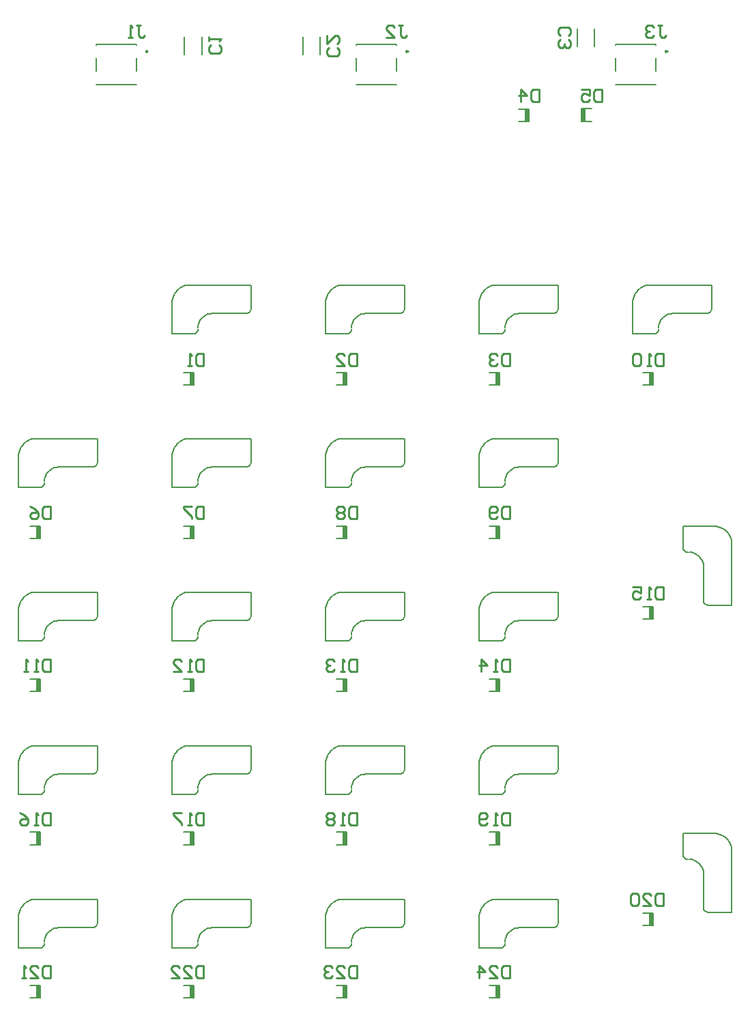
<source format=gbo>
G04*
G04 #@! TF.GenerationSoftware,Altium Limited,Altium Designer,21.9.1 (22)*
G04*
G04 Layer_Color=32896*
%FSLAX25Y25*%
%MOIN*%
G70*
G04*
G04 #@! TF.SameCoordinates,29281BF1-B37C-4538-9C3D-308B06FF8435*
G04*
G04*
G04 #@! TF.FilePolarity,Positive*
G04*
G01*
G75*
%ADD10C,0.00984*%
%ADD12C,0.00787*%
%ADD13C,0.01000*%
%ADD51C,0.00591*%
%ADD52R,0.02000X0.06248*%
D10*
X1717421Y951378D02*
X1716683Y951804D01*
Y950952D01*
X1717421Y951378D01*
X1590354D02*
X1589616Y951804D01*
Y950952D01*
X1590354Y951378D01*
X1844094D02*
X1843356Y951804D01*
Y950952D01*
X1844094Y951378D01*
D12*
X1674508Y949803D02*
Y958465D01*
X1666043Y949803D02*
Y958465D01*
X1692323Y941732D02*
Y948032D01*
X1712008Y941732D02*
Y948032D01*
Y954528D02*
Y954724D01*
X1692323Y954528D02*
Y954724D01*
Y935039D02*
Y935236D01*
X1712008Y935039D02*
Y935236D01*
X1692323Y935039D02*
X1712008D01*
X1692323Y954724D02*
X1712008D01*
X1565256Y941732D02*
Y948032D01*
X1584941Y941732D02*
Y948032D01*
Y954528D02*
Y954724D01*
X1565256Y954528D02*
Y954724D01*
Y935039D02*
Y935236D01*
X1584941Y935039D02*
Y935236D01*
X1565256Y935039D02*
X1584941D01*
X1565256Y954724D02*
X1584941D01*
X1616732Y949902D02*
Y958563D01*
X1608268Y949902D02*
Y958563D01*
X1800197Y953937D02*
Y962598D01*
X1808661Y953937D02*
Y962598D01*
X1818996Y941732D02*
Y948032D01*
X1838681Y941732D02*
Y948032D01*
Y954528D02*
Y954724D01*
X1818996Y954528D02*
Y954724D01*
Y935039D02*
Y935236D01*
X1838681Y935039D02*
Y935236D01*
X1818996Y935039D02*
X1838681D01*
X1818996Y954724D02*
X1838681D01*
X1762342Y489075D02*
Y495177D01*
X1757343D02*
X1762342D01*
X1757343Y489075D02*
X1762342D01*
X1682539D02*
X1687539D01*
X1682539Y495177D02*
X1687539D01*
Y489075D02*
Y495177D01*
X1832146Y788287D02*
X1837146D01*
X1832146Y794390D02*
X1837146D01*
Y788287D02*
Y794390D01*
X1532933Y713484D02*
X1537933D01*
X1532933Y719587D02*
X1537933D01*
Y713484D02*
Y719587D01*
X1607736Y788287D02*
X1612736D01*
X1607736Y794390D02*
X1612736D01*
Y788287D02*
Y794390D01*
X1607736Y489075D02*
X1612736D01*
X1607736Y495177D02*
X1612736D01*
Y489075D02*
Y495177D01*
X1532933Y489075D02*
X1537933D01*
X1532933Y495177D02*
X1537933D01*
Y489075D02*
Y495177D01*
X1832146Y524508D02*
X1837146D01*
X1832146Y530610D02*
X1837146D01*
Y524508D02*
Y530610D01*
X1757343Y563878D02*
X1762342D01*
X1757343Y569980D02*
X1762342D01*
Y563878D02*
Y569980D01*
X1682539Y563878D02*
X1687539D01*
X1682539Y569980D02*
X1687539D01*
Y563878D02*
Y569980D01*
X1607736Y563878D02*
X1612736D01*
X1607736Y569980D02*
X1612736D01*
Y563878D02*
Y569980D01*
X1532933Y563878D02*
X1537933D01*
X1532933Y569980D02*
X1537933D01*
Y563878D02*
Y569980D01*
X1832146Y674114D02*
X1837146D01*
X1832146Y680217D02*
X1837146D01*
Y674114D02*
Y680217D01*
X1757343Y638681D02*
X1762342D01*
X1757343Y644783D02*
X1762342D01*
Y638681D02*
Y644783D01*
X1682539Y638681D02*
X1687539D01*
X1682539Y644783D02*
X1687539D01*
Y638681D02*
Y644783D01*
X1607736Y638681D02*
X1612736D01*
X1607736Y644783D02*
X1612736D01*
Y638681D02*
Y644783D01*
X1532933Y638681D02*
X1537933D01*
X1532933Y644783D02*
X1537933D01*
Y638681D02*
Y644783D01*
X1757343Y713484D02*
X1762342D01*
X1757343Y719587D02*
X1762342D01*
Y713484D02*
Y719587D01*
X1682539Y713484D02*
X1687539D01*
X1682539Y719587D02*
X1687539D01*
Y713484D02*
Y719587D01*
X1607736Y713484D02*
X1612736D01*
X1607736Y719587D02*
X1612736D01*
Y713484D02*
Y719587D01*
X1802177Y923343D02*
X1807177D01*
X1802177Y917241D02*
X1807177D01*
X1802177D02*
Y923343D01*
X1771417Y917126D02*
X1776417D01*
X1771417Y923228D02*
X1776417D01*
Y917126D02*
Y923228D01*
X1757343Y788287D02*
X1762342D01*
X1757343Y794390D02*
X1762342D01*
Y788287D02*
Y794390D01*
X1682539Y788287D02*
X1687539D01*
X1682539Y794390D02*
X1687539D01*
Y788287D02*
Y794390D01*
D13*
X1791781Y959219D02*
X1790781Y960219D01*
Y962218D01*
X1791781Y963218D01*
X1795779D01*
X1796779Y962218D01*
Y960219D01*
X1795779Y959219D01*
X1791781Y957220D02*
X1790781Y956220D01*
Y954221D01*
X1791781Y953221D01*
X1792780D01*
X1793780Y954221D01*
Y955220D01*
Y954221D01*
X1794780Y953221D01*
X1795779D01*
X1796779Y954221D01*
Y956220D01*
X1795779Y957220D01*
X1584850Y964230D02*
X1586849D01*
X1585850D01*
Y959232D01*
X1586849Y958232D01*
X1587849D01*
X1588849Y959232D01*
X1582851Y958232D02*
X1580851D01*
X1581851D01*
Y964230D01*
X1582851Y963230D01*
X1839590Y964230D02*
X1841589D01*
X1840590D01*
Y959232D01*
X1841589Y958232D01*
X1842589D01*
X1843589Y959232D01*
X1837590Y963230D02*
X1836591Y964230D01*
X1834591D01*
X1833592Y963230D01*
Y962231D01*
X1834591Y961231D01*
X1835591D01*
X1834591D01*
X1833592Y960231D01*
Y959232D01*
X1834591Y958232D01*
X1836591D01*
X1837590Y959232D01*
X1712917Y964230D02*
X1714916D01*
X1713916D01*
Y959232D01*
X1714916Y958232D01*
X1715916D01*
X1716915Y959232D01*
X1706919Y958232D02*
X1710917D01*
X1706919Y962231D01*
Y963230D01*
X1707918Y964230D01*
X1709918D01*
X1710917Y963230D01*
X1625148Y954281D02*
X1626148Y953281D01*
Y951282D01*
X1625148Y950282D01*
X1621150D01*
X1620150Y951282D01*
Y953281D01*
X1621150Y954281D01*
X1620150Y956280D02*
Y958279D01*
Y957280D01*
X1626148D01*
X1625148Y956280D01*
X1682924Y953183D02*
X1683924Y952183D01*
Y950183D01*
X1682924Y949184D01*
X1678925D01*
X1677926Y950183D01*
Y952183D01*
X1678925Y953183D01*
X1677926Y959181D02*
Y955182D01*
X1681924Y959181D01*
X1682924D01*
X1683924Y958181D01*
Y956182D01*
X1682924Y955182D01*
X1767300Y504698D02*
Y498700D01*
X1764301D01*
X1763301Y499700D01*
Y503698D01*
X1764301Y504698D01*
X1767300D01*
X1757303Y498700D02*
X1761302D01*
X1757303Y502699D01*
Y503698D01*
X1758303Y504698D01*
X1760302D01*
X1761302Y503698D01*
X1752305Y498700D02*
Y504698D01*
X1755304Y501699D01*
X1751305D01*
X1692500Y504698D02*
Y498700D01*
X1689501D01*
X1688501Y499700D01*
Y503698D01*
X1689501Y504698D01*
X1692500D01*
X1682503Y498700D02*
X1686502D01*
X1682503Y502699D01*
Y503698D01*
X1683503Y504698D01*
X1685502D01*
X1686502Y503698D01*
X1680504D02*
X1679504Y504698D01*
X1677505D01*
X1676505Y503698D01*
Y502699D01*
X1677505Y501699D01*
X1678505D01*
X1677505D01*
X1676505Y500699D01*
Y499700D01*
X1677505Y498700D01*
X1679504D01*
X1680504Y499700D01*
X1842100Y803898D02*
Y797900D01*
X1839101D01*
X1838101Y798900D01*
Y802898D01*
X1839101Y803898D01*
X1842100D01*
X1836102Y797900D02*
X1834103D01*
X1835102D01*
Y803898D01*
X1836102Y802898D01*
X1831104D02*
X1830104Y803898D01*
X1828105D01*
X1827105Y802898D01*
Y798900D01*
X1828105Y797900D01*
X1830104D01*
X1831104Y798900D01*
Y802898D01*
X1542900Y729098D02*
Y723100D01*
X1539901D01*
X1538901Y724100D01*
Y728098D01*
X1539901Y729098D01*
X1542900D01*
X1532903D02*
X1534903Y728098D01*
X1536902Y726099D01*
Y724100D01*
X1535902Y723100D01*
X1533903D01*
X1532903Y724100D01*
Y725099D01*
X1533903Y726099D01*
X1536902D01*
X1617700Y803898D02*
Y797900D01*
X1614701D01*
X1613701Y798900D01*
Y802898D01*
X1614701Y803898D01*
X1617700D01*
X1611702Y797900D02*
X1609703D01*
X1610702D01*
Y803898D01*
X1611702Y802898D01*
X1617700Y504698D02*
Y498700D01*
X1614701D01*
X1613701Y499700D01*
Y503698D01*
X1614701Y504698D01*
X1617700D01*
X1607703Y498700D02*
X1611702D01*
X1607703Y502699D01*
Y503698D01*
X1608703Y504698D01*
X1610702D01*
X1611702Y503698D01*
X1601705Y498700D02*
X1605704D01*
X1601705Y502699D01*
Y503698D01*
X1602705Y504698D01*
X1604704D01*
X1605704Y503698D01*
X1542900Y504698D02*
Y498700D01*
X1539901D01*
X1538901Y499700D01*
Y503698D01*
X1539901Y504698D01*
X1542900D01*
X1532903Y498700D02*
X1536902D01*
X1532903Y502699D01*
Y503698D01*
X1533903Y504698D01*
X1535902D01*
X1536902Y503698D01*
X1530904Y498700D02*
X1528905D01*
X1529904D01*
Y504698D01*
X1530904Y503698D01*
X1842100Y540098D02*
Y534100D01*
X1839101D01*
X1838101Y535100D01*
Y539098D01*
X1839101Y540098D01*
X1842100D01*
X1832103Y534100D02*
X1836102D01*
X1832103Y538099D01*
Y539098D01*
X1833103Y540098D01*
X1835102D01*
X1836102Y539098D01*
X1830104D02*
X1829104Y540098D01*
X1827105D01*
X1826105Y539098D01*
Y535100D01*
X1827105Y534100D01*
X1829104D01*
X1830104Y535100D01*
Y539098D01*
X1767300Y579498D02*
Y573500D01*
X1764301D01*
X1763301Y574500D01*
Y578498D01*
X1764301Y579498D01*
X1767300D01*
X1761302Y573500D02*
X1759303D01*
X1760302D01*
Y579498D01*
X1761302Y578498D01*
X1756304Y574500D02*
X1755304Y573500D01*
X1753304D01*
X1752305Y574500D01*
Y578498D01*
X1753304Y579498D01*
X1755304D01*
X1756304Y578498D01*
Y577499D01*
X1755304Y576499D01*
X1752305D01*
X1692500Y579498D02*
Y573500D01*
X1689501D01*
X1688501Y574500D01*
Y578498D01*
X1689501Y579498D01*
X1692500D01*
X1686502Y573500D02*
X1684503D01*
X1685502D01*
Y579498D01*
X1686502Y578498D01*
X1681504D02*
X1680504Y579498D01*
X1678505D01*
X1677505Y578498D01*
Y577499D01*
X1678505Y576499D01*
X1677505Y575499D01*
Y574500D01*
X1678505Y573500D01*
X1680504D01*
X1681504Y574500D01*
Y575499D01*
X1680504Y576499D01*
X1681504Y577499D01*
Y578498D01*
X1680504Y576499D02*
X1678505D01*
X1617700Y579498D02*
Y573500D01*
X1614701D01*
X1613701Y574500D01*
Y578498D01*
X1614701Y579498D01*
X1617700D01*
X1611702Y573500D02*
X1609703D01*
X1610702D01*
Y579498D01*
X1611702Y578498D01*
X1606704Y579498D02*
X1602705D01*
Y578498D01*
X1606704Y574500D01*
Y573500D01*
X1542900Y579498D02*
Y573500D01*
X1539901D01*
X1538901Y574500D01*
Y578498D01*
X1539901Y579498D01*
X1542900D01*
X1536902Y573500D02*
X1534903D01*
X1535902D01*
Y579498D01*
X1536902Y578498D01*
X1527905Y579498D02*
X1529904Y578498D01*
X1531904Y576499D01*
Y574500D01*
X1530904Y573500D01*
X1528905D01*
X1527905Y574500D01*
Y575499D01*
X1528905Y576499D01*
X1531904D01*
X1842100Y689698D02*
Y683700D01*
X1839101D01*
X1838101Y684700D01*
Y688698D01*
X1839101Y689698D01*
X1842100D01*
X1836102Y683700D02*
X1834103D01*
X1835102D01*
Y689698D01*
X1836102Y688698D01*
X1827105Y689698D02*
X1831104D01*
Y686699D01*
X1829104Y687699D01*
X1828105D01*
X1827105Y686699D01*
Y684700D01*
X1828105Y683700D01*
X1830104D01*
X1831104Y684700D01*
X1767300Y654298D02*
Y648300D01*
X1764301D01*
X1763301Y649300D01*
Y653298D01*
X1764301Y654298D01*
X1767300D01*
X1761302Y648300D02*
X1759303D01*
X1760302D01*
Y654298D01*
X1761302Y653298D01*
X1753304Y648300D02*
Y654298D01*
X1756304Y651299D01*
X1752305D01*
X1692500Y654298D02*
Y648300D01*
X1689501D01*
X1688501Y649300D01*
Y653298D01*
X1689501Y654298D01*
X1692500D01*
X1686502Y648300D02*
X1684503D01*
X1685502D01*
Y654298D01*
X1686502Y653298D01*
X1681504D02*
X1680504Y654298D01*
X1678505D01*
X1677505Y653298D01*
Y652299D01*
X1678505Y651299D01*
X1679504D01*
X1678505D01*
X1677505Y650299D01*
Y649300D01*
X1678505Y648300D01*
X1680504D01*
X1681504Y649300D01*
X1617700Y654298D02*
Y648300D01*
X1614701D01*
X1613701Y649300D01*
Y653298D01*
X1614701Y654298D01*
X1617700D01*
X1611702Y648300D02*
X1609703D01*
X1610702D01*
Y654298D01*
X1611702Y653298D01*
X1602705Y648300D02*
X1606704D01*
X1602705Y652299D01*
Y653298D01*
X1603704Y654298D01*
X1605704D01*
X1606704Y653298D01*
X1542900Y654298D02*
Y648300D01*
X1539901D01*
X1538901Y649300D01*
Y653298D01*
X1539901Y654298D01*
X1542900D01*
X1536902Y648300D02*
X1534903D01*
X1535902D01*
Y654298D01*
X1536902Y653298D01*
X1531904Y648300D02*
X1529904D01*
X1530904D01*
Y654298D01*
X1531904Y653298D01*
X1767300Y729098D02*
Y723100D01*
X1764301D01*
X1763301Y724100D01*
Y728098D01*
X1764301Y729098D01*
X1767300D01*
X1761302Y724100D02*
X1760302Y723100D01*
X1758303D01*
X1757303Y724100D01*
Y728098D01*
X1758303Y729098D01*
X1760302D01*
X1761302Y728098D01*
Y727099D01*
X1760302Y726099D01*
X1757303D01*
X1692500Y729098D02*
Y723100D01*
X1689501D01*
X1688501Y724100D01*
Y728098D01*
X1689501Y729098D01*
X1692500D01*
X1686502Y728098D02*
X1685502Y729098D01*
X1683503D01*
X1682503Y728098D01*
Y727099D01*
X1683503Y726099D01*
X1682503Y725099D01*
Y724100D01*
X1683503Y723100D01*
X1685502D01*
X1686502Y724100D01*
Y725099D01*
X1685502Y726099D01*
X1686502Y727099D01*
Y728098D01*
X1685502Y726099D02*
X1683503D01*
X1617700Y729098D02*
Y723100D01*
X1614701D01*
X1613701Y724100D01*
Y728098D01*
X1614701Y729098D01*
X1617700D01*
X1611702D02*
X1607703D01*
Y728098D01*
X1611702Y724100D01*
Y723100D01*
X1812100Y932798D02*
Y926800D01*
X1809101D01*
X1808101Y927800D01*
Y931798D01*
X1809101Y932798D01*
X1812100D01*
X1802103D02*
X1806102D01*
Y929799D01*
X1804103Y930799D01*
X1803103D01*
X1802103Y929799D01*
Y927800D01*
X1803103Y926800D01*
X1805102D01*
X1806102Y927800D01*
X1781400Y932698D02*
Y926700D01*
X1778401D01*
X1777401Y927700D01*
Y931698D01*
X1778401Y932698D01*
X1781400D01*
X1772403Y926700D02*
Y932698D01*
X1775402Y929699D01*
X1771403D01*
X1767300Y803898D02*
Y797900D01*
X1764301D01*
X1763301Y798900D01*
Y802898D01*
X1764301Y803898D01*
X1767300D01*
X1761302Y802898D02*
X1760302Y803898D01*
X1758303D01*
X1757303Y802898D01*
Y801899D01*
X1758303Y800899D01*
X1759303D01*
X1758303D01*
X1757303Y799899D01*
Y798900D01*
X1758303Y797900D01*
X1760302D01*
X1761302Y798900D01*
X1692500Y803898D02*
Y797900D01*
X1689501D01*
X1688501Y798900D01*
Y802898D01*
X1689501Y803898D01*
X1692500D01*
X1682503Y797900D02*
X1686502D01*
X1682503Y801899D01*
Y802898D01*
X1683503Y803898D01*
X1685502D01*
X1686502Y802898D01*
D51*
X1852028Y558138D02*
X1852462Y557305D01*
X1853254Y556800D01*
X1854193Y556760D01*
X1875650Y560697D02*
X1875595Y561667D01*
X1875432Y562624D01*
X1875164Y563557D01*
X1874792Y564455D01*
X1874322Y565305D01*
X1873760Y566097D01*
X1873113Y566821D01*
X1872388Y567469D01*
X1871596Y568031D01*
X1870746Y568501D01*
X1869849Y568872D01*
X1868916Y569141D01*
X1867958Y569304D01*
X1866988Y569358D01*
X1861870Y533138D02*
X1862005Y532264D01*
X1862464Y531508D01*
X1863177Y530986D01*
X1864035Y530776D01*
X1861870Y548886D02*
X1861857Y549866D01*
X1861717Y550835D01*
X1861451Y551778D01*
X1861065Y552679D01*
X1860564Y553521D01*
X1859958Y554290D01*
X1859256Y554974D01*
X1858471Y555561D01*
X1857616Y556040D01*
X1856706Y556403D01*
X1855757Y556644D01*
X1854783Y556760D01*
X1763445Y513583D02*
X1764278Y514017D01*
X1764782Y514810D01*
X1764823Y515748D01*
X1760886Y537205D02*
X1759916Y537150D01*
X1758958Y536988D01*
X1758025Y536719D01*
X1757128Y536347D01*
X1756278Y535877D01*
X1755486Y535315D01*
X1754761Y534668D01*
X1754114Y533944D01*
X1753552Y533151D01*
X1753082Y532301D01*
X1752711Y531404D01*
X1752442Y530471D01*
X1752279Y529513D01*
X1752224Y528543D01*
X1788445Y523425D02*
X1789319Y523560D01*
X1790074Y524019D01*
X1790597Y524732D01*
X1790807Y525591D01*
X1772697Y523425D02*
X1771717Y523413D01*
X1770747Y523272D01*
X1769804Y523006D01*
X1768904Y522620D01*
X1768062Y522119D01*
X1767292Y521513D01*
X1766608Y520811D01*
X1766022Y520026D01*
X1765543Y519171D01*
X1765180Y518261D01*
X1764938Y517312D01*
X1764823Y516339D01*
X1688445Y513583D02*
X1689278Y514017D01*
X1689782Y514810D01*
X1689823Y515748D01*
X1685886Y537205D02*
X1684916Y537150D01*
X1683958Y536988D01*
X1683025Y536719D01*
X1682128Y536347D01*
X1681278Y535877D01*
X1680486Y535315D01*
X1679761Y534668D01*
X1679114Y533944D01*
X1678552Y533151D01*
X1678082Y532301D01*
X1677711Y531404D01*
X1677442Y530471D01*
X1677279Y529513D01*
X1677224Y528543D01*
X1713445Y523425D02*
X1714319Y523560D01*
X1715074Y524019D01*
X1715597Y524732D01*
X1715807Y525591D01*
X1697697Y523425D02*
X1696717Y523413D01*
X1695747Y523272D01*
X1694804Y523006D01*
X1693904Y522620D01*
X1693062Y522119D01*
X1692292Y521513D01*
X1691608Y520811D01*
X1691022Y520026D01*
X1690543Y519171D01*
X1690180Y518261D01*
X1689938Y517312D01*
X1689823Y516339D01*
X1613445Y513583D02*
X1614278Y514017D01*
X1614782Y514810D01*
X1614823Y515748D01*
X1610886Y537205D02*
X1609916Y537150D01*
X1608958Y536988D01*
X1608025Y536719D01*
X1607128Y536347D01*
X1606278Y535877D01*
X1605486Y535315D01*
X1604761Y534668D01*
X1604114Y533944D01*
X1603552Y533151D01*
X1603082Y532301D01*
X1602710Y531404D01*
X1602442Y530471D01*
X1602279Y529513D01*
X1602224Y528543D01*
X1638445Y523425D02*
X1639319Y523560D01*
X1640074Y524019D01*
X1640597Y524732D01*
X1640807Y525591D01*
X1622697Y523425D02*
X1621717Y523413D01*
X1620747Y523272D01*
X1619804Y523006D01*
X1618904Y522620D01*
X1618062Y522119D01*
X1617292Y521513D01*
X1616608Y520811D01*
X1616022Y520026D01*
X1615543Y519171D01*
X1615180Y518261D01*
X1614938Y517312D01*
X1614823Y516339D01*
X1538445Y513583D02*
X1539278Y514017D01*
X1539782Y514810D01*
X1539823Y515748D01*
X1535886Y537205D02*
X1534916Y537150D01*
X1533959Y536988D01*
X1533025Y536719D01*
X1532128Y536347D01*
X1531278Y535877D01*
X1530486Y535315D01*
X1529761Y534668D01*
X1529114Y533944D01*
X1528552Y533151D01*
X1528082Y532301D01*
X1527710Y531404D01*
X1527442Y530471D01*
X1527279Y529513D01*
X1527224Y528543D01*
X1563445Y523425D02*
X1564319Y523560D01*
X1565074Y524019D01*
X1565597Y524732D01*
X1565807Y525591D01*
X1547697Y523425D02*
X1546717Y523413D01*
X1545747Y523272D01*
X1544804Y523006D01*
X1543904Y522620D01*
X1543062Y522119D01*
X1542292Y521513D01*
X1541608Y520811D01*
X1541022Y520026D01*
X1540543Y519171D01*
X1540180Y518261D01*
X1539938Y517312D01*
X1539823Y516339D01*
X1538445Y588583D02*
X1539278Y589017D01*
X1539782Y589810D01*
X1539823Y590748D01*
X1535886Y612205D02*
X1534916Y612150D01*
X1533959Y611988D01*
X1533025Y611719D01*
X1532128Y611347D01*
X1531278Y610877D01*
X1530486Y610315D01*
X1529761Y609668D01*
X1529114Y608944D01*
X1528552Y608151D01*
X1528082Y607301D01*
X1527710Y606404D01*
X1527442Y605471D01*
X1527279Y604513D01*
X1527224Y603543D01*
X1563445Y598425D02*
X1564319Y598560D01*
X1565074Y599019D01*
X1565597Y599732D01*
X1565807Y600591D01*
X1547697Y598425D02*
X1546717Y598413D01*
X1545747Y598272D01*
X1544804Y598006D01*
X1543904Y597620D01*
X1543062Y597119D01*
X1542292Y596513D01*
X1541608Y595811D01*
X1541022Y595026D01*
X1540543Y594171D01*
X1540180Y593261D01*
X1539938Y592312D01*
X1539823Y591339D01*
X1613445Y588583D02*
X1614278Y589017D01*
X1614782Y589810D01*
X1614823Y590748D01*
X1610886Y612205D02*
X1609916Y612150D01*
X1608958Y611988D01*
X1608025Y611719D01*
X1607128Y611347D01*
X1606278Y610877D01*
X1605486Y610315D01*
X1604761Y609668D01*
X1604114Y608944D01*
X1603552Y608151D01*
X1603082Y607301D01*
X1602710Y606404D01*
X1602442Y605471D01*
X1602279Y604513D01*
X1602224Y603543D01*
X1638445Y598425D02*
X1639319Y598560D01*
X1640074Y599019D01*
X1640597Y599732D01*
X1640807Y600591D01*
X1622697Y598425D02*
X1621717Y598413D01*
X1620747Y598272D01*
X1619804Y598006D01*
X1618904Y597620D01*
X1618062Y597119D01*
X1617292Y596513D01*
X1616608Y595811D01*
X1616022Y595026D01*
X1615543Y594171D01*
X1615180Y593261D01*
X1614938Y592312D01*
X1614823Y591339D01*
X1688445Y588583D02*
X1689278Y589017D01*
X1689782Y589810D01*
X1689823Y590748D01*
X1685886Y612205D02*
X1684916Y612150D01*
X1683958Y611988D01*
X1683025Y611719D01*
X1682128Y611347D01*
X1681278Y610877D01*
X1680486Y610315D01*
X1679761Y609668D01*
X1679114Y608944D01*
X1678552Y608151D01*
X1678082Y607301D01*
X1677711Y606404D01*
X1677442Y605471D01*
X1677279Y604513D01*
X1677224Y603543D01*
X1713445Y598425D02*
X1714319Y598560D01*
X1715074Y599019D01*
X1715597Y599732D01*
X1715807Y600591D01*
X1697697Y598425D02*
X1696717Y598413D01*
X1695747Y598272D01*
X1694804Y598006D01*
X1693904Y597620D01*
X1693062Y597119D01*
X1692292Y596513D01*
X1691608Y595811D01*
X1691022Y595026D01*
X1690543Y594171D01*
X1690180Y593261D01*
X1689938Y592312D01*
X1689823Y591339D01*
X1763445Y588583D02*
X1764278Y589017D01*
X1764782Y589810D01*
X1764823Y590748D01*
X1760886Y612205D02*
X1759916Y612150D01*
X1758958Y611988D01*
X1758025Y611719D01*
X1757128Y611347D01*
X1756278Y610877D01*
X1755486Y610315D01*
X1754761Y609668D01*
X1754114Y608944D01*
X1753552Y608151D01*
X1753082Y607301D01*
X1752711Y606404D01*
X1752442Y605471D01*
X1752279Y604513D01*
X1752224Y603543D01*
X1788445Y598425D02*
X1789319Y598560D01*
X1790074Y599019D01*
X1790597Y599732D01*
X1790807Y600591D01*
X1772697Y598425D02*
X1771717Y598413D01*
X1770747Y598272D01*
X1769804Y598006D01*
X1768904Y597620D01*
X1768062Y597119D01*
X1767292Y596513D01*
X1766608Y595811D01*
X1766022Y595026D01*
X1765543Y594171D01*
X1765180Y593261D01*
X1764938Y592312D01*
X1764823Y591339D01*
X1763445Y663583D02*
X1764278Y664017D01*
X1764782Y664810D01*
X1764823Y665748D01*
X1760886Y687205D02*
X1759916Y687150D01*
X1758958Y686988D01*
X1758025Y686719D01*
X1757128Y686347D01*
X1756278Y685877D01*
X1755486Y685315D01*
X1754761Y684668D01*
X1754114Y683944D01*
X1753552Y683151D01*
X1753082Y682301D01*
X1752711Y681404D01*
X1752442Y680471D01*
X1752279Y679513D01*
X1752224Y678543D01*
X1788445Y673425D02*
X1789319Y673560D01*
X1790074Y674019D01*
X1790597Y674732D01*
X1790807Y675591D01*
X1772697Y673425D02*
X1771717Y673413D01*
X1770747Y673272D01*
X1769804Y673006D01*
X1768904Y672620D01*
X1768062Y672119D01*
X1767292Y671513D01*
X1766608Y670811D01*
X1766022Y670026D01*
X1765543Y669171D01*
X1765180Y668261D01*
X1764938Y667312D01*
X1764823Y666339D01*
X1688445Y663583D02*
X1689278Y664017D01*
X1689782Y664810D01*
X1689823Y665748D01*
X1685886Y687205D02*
X1684916Y687150D01*
X1683958Y686988D01*
X1683025Y686719D01*
X1682128Y686347D01*
X1681278Y685877D01*
X1680486Y685315D01*
X1679761Y684668D01*
X1679114Y683944D01*
X1678552Y683151D01*
X1678082Y682301D01*
X1677711Y681404D01*
X1677442Y680471D01*
X1677279Y679513D01*
X1677224Y678543D01*
X1713445Y673425D02*
X1714319Y673560D01*
X1715074Y674019D01*
X1715597Y674732D01*
X1715807Y675591D01*
X1697697Y673425D02*
X1696717Y673413D01*
X1695747Y673272D01*
X1694804Y673006D01*
X1693904Y672620D01*
X1693062Y672119D01*
X1692292Y671513D01*
X1691608Y670811D01*
X1691022Y670026D01*
X1690543Y669171D01*
X1690180Y668261D01*
X1689938Y667312D01*
X1689823Y666339D01*
X1613445Y663583D02*
X1614278Y664017D01*
X1614782Y664810D01*
X1614823Y665748D01*
X1610886Y687205D02*
X1609916Y687150D01*
X1608958Y686988D01*
X1608025Y686719D01*
X1607128Y686347D01*
X1606278Y685877D01*
X1605486Y685315D01*
X1604761Y684668D01*
X1604114Y683944D01*
X1603552Y683151D01*
X1603082Y682301D01*
X1602710Y681404D01*
X1602442Y680471D01*
X1602279Y679513D01*
X1602224Y678543D01*
X1638445Y673425D02*
X1639319Y673560D01*
X1640074Y674019D01*
X1640597Y674732D01*
X1640807Y675591D01*
X1622697Y673425D02*
X1621717Y673413D01*
X1620747Y673272D01*
X1619804Y673006D01*
X1618904Y672620D01*
X1618062Y672119D01*
X1617292Y671513D01*
X1616608Y670811D01*
X1616022Y670026D01*
X1615543Y669171D01*
X1615180Y668261D01*
X1614938Y667312D01*
X1614823Y666339D01*
X1538445Y663583D02*
X1539278Y664017D01*
X1539782Y664810D01*
X1539823Y665748D01*
X1535886Y687205D02*
X1534916Y687150D01*
X1533959Y686988D01*
X1533025Y686719D01*
X1532128Y686347D01*
X1531278Y685877D01*
X1530486Y685315D01*
X1529761Y684668D01*
X1529114Y683944D01*
X1528552Y683151D01*
X1528082Y682301D01*
X1527710Y681404D01*
X1527442Y680471D01*
X1527279Y679513D01*
X1527224Y678543D01*
X1563445Y673425D02*
X1564319Y673560D01*
X1565074Y674019D01*
X1565597Y674732D01*
X1565807Y675591D01*
X1547697Y673425D02*
X1546717Y673413D01*
X1545747Y673272D01*
X1544804Y673006D01*
X1543904Y672620D01*
X1543062Y672119D01*
X1542292Y671513D01*
X1541608Y670811D01*
X1541022Y670026D01*
X1540543Y669171D01*
X1540180Y668261D01*
X1539938Y667312D01*
X1539823Y666339D01*
X1547697Y748425D02*
X1546717Y748413D01*
X1545747Y748272D01*
X1544804Y748006D01*
X1543904Y747620D01*
X1543062Y747119D01*
X1542292Y746513D01*
X1541608Y745811D01*
X1541022Y745026D01*
X1540543Y744171D01*
X1540180Y743261D01*
X1539938Y742312D01*
X1539823Y741339D01*
X1563445Y748425D02*
X1564319Y748560D01*
X1565074Y749019D01*
X1565597Y749732D01*
X1565807Y750591D01*
X1535886Y762205D02*
X1534916Y762150D01*
X1533959Y761988D01*
X1533025Y761719D01*
X1532128Y761347D01*
X1531278Y760877D01*
X1530486Y760315D01*
X1529761Y759668D01*
X1529114Y758944D01*
X1528552Y758151D01*
X1528082Y757301D01*
X1527710Y756404D01*
X1527442Y755471D01*
X1527279Y754513D01*
X1527224Y753543D01*
X1538445Y738583D02*
X1539278Y739017D01*
X1539782Y739810D01*
X1539823Y740748D01*
X1613445Y738583D02*
X1614278Y739017D01*
X1614782Y739810D01*
X1614823Y740748D01*
X1610886Y762205D02*
X1609916Y762150D01*
X1608958Y761988D01*
X1608025Y761719D01*
X1607128Y761347D01*
X1606278Y760877D01*
X1605486Y760315D01*
X1604761Y759668D01*
X1604114Y758944D01*
X1603552Y758151D01*
X1603082Y757301D01*
X1602710Y756404D01*
X1602442Y755471D01*
X1602279Y754513D01*
X1602224Y753543D01*
X1638445Y748425D02*
X1639319Y748560D01*
X1640074Y749019D01*
X1640597Y749732D01*
X1640807Y750591D01*
X1622697Y748425D02*
X1621717Y748413D01*
X1620747Y748272D01*
X1619804Y748006D01*
X1618904Y747620D01*
X1618062Y747119D01*
X1617292Y746513D01*
X1616608Y745811D01*
X1616022Y745026D01*
X1615543Y744171D01*
X1615180Y743261D01*
X1614938Y742312D01*
X1614823Y741339D01*
X1688445Y738583D02*
X1689278Y739017D01*
X1689782Y739810D01*
X1689823Y740748D01*
X1685886Y762205D02*
X1684916Y762150D01*
X1683958Y761988D01*
X1683025Y761719D01*
X1682128Y761347D01*
X1681278Y760877D01*
X1680486Y760315D01*
X1679761Y759668D01*
X1679114Y758944D01*
X1678552Y758151D01*
X1678082Y757301D01*
X1677711Y756404D01*
X1677442Y755471D01*
X1677279Y754513D01*
X1677224Y753543D01*
X1713445Y748425D02*
X1714319Y748560D01*
X1715074Y749019D01*
X1715597Y749732D01*
X1715807Y750591D01*
X1697697Y748425D02*
X1696717Y748413D01*
X1695747Y748272D01*
X1694804Y748006D01*
X1693904Y747620D01*
X1693062Y747119D01*
X1692292Y746513D01*
X1691608Y745811D01*
X1691022Y745026D01*
X1690543Y744171D01*
X1690180Y743261D01*
X1689938Y742312D01*
X1689823Y741339D01*
X1763445Y738583D02*
X1764278Y739017D01*
X1764782Y739810D01*
X1764823Y740748D01*
X1760886Y762205D02*
X1759916Y762150D01*
X1758958Y761988D01*
X1758025Y761719D01*
X1757128Y761347D01*
X1756278Y760877D01*
X1755486Y760315D01*
X1754761Y759668D01*
X1754114Y758944D01*
X1753552Y758151D01*
X1753082Y757301D01*
X1752711Y756404D01*
X1752442Y755471D01*
X1752279Y754513D01*
X1752224Y753543D01*
X1788445Y748425D02*
X1789319Y748560D01*
X1790074Y749019D01*
X1790597Y749732D01*
X1790807Y750591D01*
X1772697Y748425D02*
X1771717Y748413D01*
X1770747Y748272D01*
X1769804Y748006D01*
X1768904Y747620D01*
X1768062Y747119D01*
X1767292Y746513D01*
X1766608Y745811D01*
X1766022Y745026D01*
X1765543Y744171D01*
X1765180Y743261D01*
X1764938Y742312D01*
X1764823Y741339D01*
X1852028Y708138D02*
X1852462Y707305D01*
X1853254Y706800D01*
X1854193Y706760D01*
X1875650Y710697D02*
X1875595Y711667D01*
X1875432Y712624D01*
X1875164Y713557D01*
X1874792Y714455D01*
X1874322Y715305D01*
X1873760Y716097D01*
X1873113Y716821D01*
X1872388Y717469D01*
X1871596Y718031D01*
X1870746Y718501D01*
X1869849Y718872D01*
X1868916Y719141D01*
X1867958Y719304D01*
X1866988Y719358D01*
X1861870Y683138D02*
X1862005Y682264D01*
X1862464Y681508D01*
X1863177Y680986D01*
X1864035Y680776D01*
X1861870Y698886D02*
X1861857Y699866D01*
X1861717Y700835D01*
X1861451Y701778D01*
X1861065Y702679D01*
X1860564Y703521D01*
X1859958Y704290D01*
X1859256Y704974D01*
X1858471Y705561D01*
X1857616Y706040D01*
X1856706Y706403D01*
X1855757Y706644D01*
X1854783Y706760D01*
X1847697Y823425D02*
X1846717Y823413D01*
X1845747Y823272D01*
X1844804Y823007D01*
X1843904Y822620D01*
X1843062Y822119D01*
X1842292Y821513D01*
X1841608Y820811D01*
X1841022Y820026D01*
X1840543Y819171D01*
X1840180Y818261D01*
X1839938Y817312D01*
X1839823Y816339D01*
X1863445Y823425D02*
X1864319Y823560D01*
X1865074Y824019D01*
X1865597Y824732D01*
X1865807Y825591D01*
X1835886Y837205D02*
X1834916Y837150D01*
X1833958Y836988D01*
X1833025Y836719D01*
X1832128Y836347D01*
X1831278Y835877D01*
X1830486Y835315D01*
X1829761Y834668D01*
X1829114Y833944D01*
X1828552Y833152D01*
X1828082Y832301D01*
X1827711Y831404D01*
X1827442Y830471D01*
X1827279Y829513D01*
X1827224Y828543D01*
X1838445Y813583D02*
X1839278Y814017D01*
X1839782Y814810D01*
X1839823Y815748D01*
X1772697Y823425D02*
X1771717Y823413D01*
X1770747Y823272D01*
X1769804Y823007D01*
X1768904Y822620D01*
X1768062Y822119D01*
X1767292Y821513D01*
X1766608Y820811D01*
X1766022Y820026D01*
X1765543Y819171D01*
X1765180Y818261D01*
X1764938Y817312D01*
X1764823Y816339D01*
X1788445Y823425D02*
X1789319Y823560D01*
X1790074Y824019D01*
X1790597Y824732D01*
X1790807Y825591D01*
X1760886Y837205D02*
X1759916Y837150D01*
X1758958Y836988D01*
X1758025Y836719D01*
X1757128Y836347D01*
X1756278Y835877D01*
X1755486Y835315D01*
X1754761Y834668D01*
X1754114Y833944D01*
X1753552Y833152D01*
X1753082Y832301D01*
X1752711Y831404D01*
X1752442Y830471D01*
X1752279Y829513D01*
X1752224Y828543D01*
X1763445Y813583D02*
X1764278Y814017D01*
X1764782Y814810D01*
X1764823Y815748D01*
X1697697Y823425D02*
X1696717Y823413D01*
X1695747Y823272D01*
X1694804Y823007D01*
X1693904Y822620D01*
X1693062Y822119D01*
X1692292Y821513D01*
X1691608Y820811D01*
X1691022Y820026D01*
X1690543Y819171D01*
X1690180Y818261D01*
X1689938Y817312D01*
X1689823Y816339D01*
X1713445Y823425D02*
X1714319Y823560D01*
X1715074Y824019D01*
X1715597Y824732D01*
X1715807Y825591D01*
X1685886Y837205D02*
X1684916Y837150D01*
X1683958Y836988D01*
X1683025Y836719D01*
X1682128Y836347D01*
X1681278Y835877D01*
X1680486Y835315D01*
X1679761Y834668D01*
X1679114Y833944D01*
X1678552Y833152D01*
X1678082Y832301D01*
X1677711Y831404D01*
X1677442Y830471D01*
X1677279Y829513D01*
X1677224Y828543D01*
X1688445Y813583D02*
X1689278Y814017D01*
X1689782Y814810D01*
X1689823Y815748D01*
X1622697Y823425D02*
X1621717Y823413D01*
X1620747Y823272D01*
X1619804Y823007D01*
X1618904Y822620D01*
X1618062Y822119D01*
X1617292Y821513D01*
X1616608Y820811D01*
X1616022Y820026D01*
X1615543Y819171D01*
X1615180Y818261D01*
X1614938Y817312D01*
X1614823Y816339D01*
X1638445Y823425D02*
X1639319Y823560D01*
X1640074Y824019D01*
X1640597Y824732D01*
X1640807Y825591D01*
X1610886Y837205D02*
X1609916Y837150D01*
X1608958Y836988D01*
X1608025Y836719D01*
X1607128Y836347D01*
X1606278Y835877D01*
X1605486Y835315D01*
X1604761Y834668D01*
X1604114Y833944D01*
X1603552Y833152D01*
X1603082Y832301D01*
X1602710Y831404D01*
X1602442Y830471D01*
X1602279Y829513D01*
X1602224Y828543D01*
X1613445Y813583D02*
X1614278Y814017D01*
X1614782Y814810D01*
X1614823Y815748D01*
X1852028Y558138D02*
Y569358D01*
X1866988D01*
X1875650Y530776D02*
Y560697D01*
X1864035Y530776D02*
X1875650D01*
X1861870Y533138D02*
Y548886D01*
X1752224Y513583D02*
X1763445D01*
X1752224D02*
Y528543D01*
X1760886Y537205D02*
X1790807D01*
Y525591D02*
Y537205D01*
X1772697Y523425D02*
X1788445D01*
X1677224Y513583D02*
X1688445D01*
X1677224D02*
Y528543D01*
X1685886Y537205D02*
X1715807D01*
Y525591D02*
Y537205D01*
X1697697Y523425D02*
X1713445D01*
X1602224Y513583D02*
X1613445D01*
X1602224D02*
Y528543D01*
X1610886Y537205D02*
X1640807D01*
Y525591D02*
Y537205D01*
X1622697Y523425D02*
X1638445D01*
X1527224Y513583D02*
X1538445D01*
X1527224D02*
Y528543D01*
X1535886Y537205D02*
X1565807D01*
Y525591D02*
Y537205D01*
X1547697Y523425D02*
X1563445D01*
X1527224Y588583D02*
X1538445D01*
X1527224D02*
Y603543D01*
X1535886Y612205D02*
X1565807D01*
Y600591D02*
Y612205D01*
X1547697Y598425D02*
X1563445D01*
X1602224Y588583D02*
X1613445D01*
X1602224D02*
Y603543D01*
X1610886Y612205D02*
X1640807D01*
Y600591D02*
Y612205D01*
X1622697Y598425D02*
X1638445D01*
X1677224Y588583D02*
X1688445D01*
X1677224D02*
Y603543D01*
X1685886Y612205D02*
X1715807D01*
Y600591D02*
Y612205D01*
X1697697Y598425D02*
X1713445D01*
X1752224Y588583D02*
X1763445D01*
X1752224D02*
Y603543D01*
X1760886Y612205D02*
X1790807D01*
Y600591D02*
Y612205D01*
X1772697Y598425D02*
X1788445D01*
X1752224Y663583D02*
X1763445D01*
X1752224D02*
Y678543D01*
X1760886Y687205D02*
X1790807D01*
Y675591D02*
Y687205D01*
X1772697Y673425D02*
X1788445D01*
X1677224Y663583D02*
X1688445D01*
X1677224D02*
Y678543D01*
X1685886Y687205D02*
X1715807D01*
Y675591D02*
Y687205D01*
X1697697Y673425D02*
X1713445D01*
X1602224Y663583D02*
X1613445D01*
X1602224D02*
Y678543D01*
X1610886Y687205D02*
X1640807D01*
Y675591D02*
Y687205D01*
X1622697Y673425D02*
X1638445D01*
X1527224Y663583D02*
X1538445D01*
X1527224D02*
Y678543D01*
X1535886Y687205D02*
X1565807D01*
Y675591D02*
Y687205D01*
X1547697Y673425D02*
X1563445D01*
X1547697Y748425D02*
X1563445D01*
X1565807Y750591D02*
Y762205D01*
X1535886D02*
X1565807D01*
X1527224Y738583D02*
Y753543D01*
Y738583D02*
X1538445D01*
X1602224D02*
X1613445D01*
X1602224D02*
Y753543D01*
X1610886Y762205D02*
X1640807D01*
Y750591D02*
Y762205D01*
X1622697Y748425D02*
X1638445D01*
X1677224Y738583D02*
X1688445D01*
X1677224D02*
Y753543D01*
X1685886Y762205D02*
X1715807D01*
Y750591D02*
Y762205D01*
X1697697Y748425D02*
X1713445D01*
X1752224Y738583D02*
X1763445D01*
X1752224D02*
Y753543D01*
X1760886Y762205D02*
X1790807D01*
Y750591D02*
Y762205D01*
X1772697Y748425D02*
X1788445D01*
X1852028Y708138D02*
Y719358D01*
X1866988D01*
X1875650Y680776D02*
Y710697D01*
X1864035Y680776D02*
X1875650D01*
X1861870Y683138D02*
Y698886D01*
X1847697Y823425D02*
X1863445D01*
X1865807Y825591D02*
Y837205D01*
X1835886D02*
X1865807D01*
X1827224Y813583D02*
Y828543D01*
Y813583D02*
X1838445D01*
X1772697Y823425D02*
X1788445D01*
X1790807Y825591D02*
Y837205D01*
X1760886D02*
X1790807D01*
X1752224Y813583D02*
Y828543D01*
Y813583D02*
X1763445D01*
X1697697Y823425D02*
X1713445D01*
X1715807Y825591D02*
Y837205D01*
X1685886D02*
X1715807D01*
X1677224Y813583D02*
Y828543D01*
Y813583D02*
X1688445D01*
X1622697Y823425D02*
X1638445D01*
X1640807Y825591D02*
Y837205D01*
X1610886D02*
X1640807D01*
X1602224Y813583D02*
Y828543D01*
Y813583D02*
X1613445D01*
D52*
X1761344Y492250D02*
D03*
X1686541Y492250D02*
D03*
X1836146Y791463D02*
D03*
X1536933Y716659D02*
D03*
X1611736Y791463D02*
D03*
X1611737Y492250D02*
D03*
X1536934Y492250D02*
D03*
X1836146Y527683D02*
D03*
X1761342Y567053D02*
D03*
X1686539D02*
D03*
X1611736Y567053D02*
D03*
X1536933Y567053D02*
D03*
X1836146Y677289D02*
D03*
X1761342Y641856D02*
D03*
X1686539D02*
D03*
X1611736Y641856D02*
D03*
X1536933D02*
D03*
X1761342Y716659D02*
D03*
X1686539Y716659D02*
D03*
X1611736Y716659D02*
D03*
X1803177Y920168D02*
D03*
X1775417Y920301D02*
D03*
X1761342Y791463D02*
D03*
X1686540Y791462D02*
D03*
M02*

</source>
